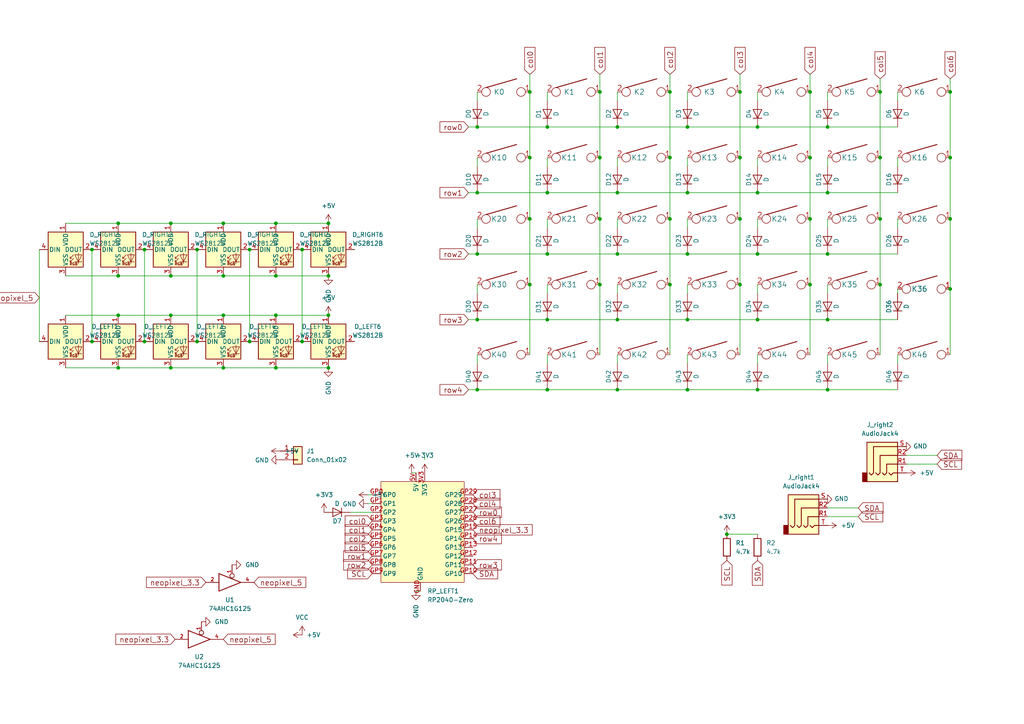
<source format=kicad_sch>
(kicad_sch (version 20211123) (generator eeschema)
  (paper "A4")
  (title_block (title "Redox wireless keyboard") (date "2018-05-05") (rev "1.0W") (comment 1 "designed by Mattia Dal Ben") (comment 2 "https://github.com/mattdibi/redox-keyboard"))
  (lib_symbols
    (symbol "74xGxx:74AHC1G125" (pin_names (offset 1.016))
      (property "Reference" "U" (at -2.54 3.81 0))
      (property "Value" "74AHC1G125" (at 0 -3.81 0))
      (symbol "74AHC1G125_1_1"
        (pin input inverted (at 0 5.08 270) (length 3.81) (name "~") (number "1"))
        (pin input line (at -7.62 0 0) (length 3.81) (name "~") (number "2"))
        (pin power_in line (at 1.27 -1.27 270) (length 0) hide (name "GND") (number "3"))
        (pin tri_state line (at 6.35 0 180) (length 3.81) (name "~") (number "4"))
        (pin power_in line (at 1.27 1.27 90) (length 0) hide (name "VCC") (number "5"))
      )
    )
    (symbol "Connector:AudioJack4"
      (property "Reference" "J" (at 0 8.89 0))
      (property "Value" "AudioJack4" (at 0 6.35 0))
      (symbol "AudioJack4_1_1"
        (pin passive line (at 5.08 -2.54 180) (length 2.54) (name "~") (number "R1"))
        (pin passive line (at 5.08 0 180) (length 2.54) (name "~") (number "R2"))
        (pin passive line (at 5.08 2.54 180) (length 2.54) (name "~") (number "S"))
        (pin passive line (at 5.08 -5.08 180) (length 2.54) (name "~") (number "T"))
      )
    )
    (symbol "Connector_Generic:Conn_01x02" (pin_names (offset 1.016) hide)
      (property "Reference" "J" (at 0 2.54 0))
      (property "Value" "Conn_01x02" (at 0 -5.08 0))
      (symbol "Conn_01x02_1_1"
        (pin passive line (at -5.08 0 0) (length 3.81) (name "Pin_1") (number "1"))
        (pin passive line (at -5.08 -2.54 0) (length 3.81) (name "Pin_2") (number "2"))
      )
    )
    (symbol "Device:R" (pin_numbers hide) (pin_names (offset 0))
      (property "Reference" "R" (at 2.032 0 90))
      (property "Value" "R" (at 0 0 90))
      (symbol "R_1_1"
        (pin passive line (at 0 3.81 270) (length 1.27) (name "~") (number "1"))
        (pin passive line (at 0 -3.81 90) (length 1.27) (name "~") (number "2"))
      )
    )
    (symbol "LED:WS2812B" (pin_names (offset 0.254))
      (property "Reference" "D" (at 5.08 5.715 0))
      (property "Value" "WS2812B" (at 1.27 -5.715 0))
      (symbol "WS2812B_0_0"
        (text "RGB" (at 2.286 -4.191 0) (effects (font (size 0.762 0.762))))
      )
      (symbol "WS2812B_1_1"
        (pin power_in line (at 0 7.62 270) (length 2.54) (name "VDD") (number "1"))
        (pin output line (at 7.62 0 180) (length 2.54) (name "DOUT") (number "2"))
        (pin power_in line (at 0 -7.62 90) (length 2.54) (name "VSS") (number "3"))
        (pin input line (at -7.62 0 0) (length 2.54) (name "DIN") (number "4"))
      )
    )
    (symbol "power:+3.3V" (power) (pin_names (offset 0))
      (property "Value" "+3.3V" (at 0 3.556 0))
      (symbol "+3.3V_1_1"
        (pin power_in line (at 0 0 90) (length 0) hide (name "+3V3") (number "1"))
      )
    )
    (symbol "power:+5V" (power) (pin_names (offset 0))
      (property "Value" "+5V" (at 0 3.556 0))
      (symbol "+5V_1_1"
        (pin power_in line (at 0 0 90) (length 0) hide (name "+5V") (number "1"))
      )
    )
    (symbol "power:GND" (power) (pin_names (offset 0))
      (property "Value" "GND" (at 0 -3.81 0))
      (symbol "GND_1_1"
        (pin power_in line (at 0 0 270) (length 0) hide (name "GND") (number "1"))
      )
    )
    (symbol "power:VCC" (power) (pin_names (offset 0))
      (property "Value" "VCC" (at 0 3.81 0))
      (symbol "VCC_1_1"
        (pin power_in line (at 0 0 90) (length 0) hide (name "VCC") (number "1"))
      )
    )
    (symbol "redox_rev2_recovery-rescue:D-redox_rev1-rescue-redox_rev1-rescue" (pin_numbers hide) (pin_names (offset 1.016) hide)
      (property "Reference" "D" (at 0 2.54 0))
      (property "Value" "D-redox_rev1-rescue-redox_rev1-rescue" (at 0 -2.54 0))
      (symbol "D-redox_rev1-rescue-redox_rev1-rescue_1_1"
        (pin passive line (at -3.81 0 0) (length 2.54) (name "K") (number "1"))
        (pin passive line (at 3.81 0 180) (length 2.54) (name "A") (number "2"))
      )
    )
    (symbol "redox_rev2_recovery-rescue:KEYSW-redox_rev1-rescue-redox_rev1-rescue" (pin_names (offset 1.016))
      (property "Reference" "K?" (at -1.27 0 0))
      (symbol "KEYSW-redox_rev1-rescue-redox_rev1-rescue_1_1"
        (pin passive line (at 7.62 0 180) (length 1.27) (name "~") (number "1"))
        (pin passive line (at -7.62 0 0) (length 1.27) (name "~") (number "2"))
      )
    )
    (symbol "rp2040_zero:RP2040-Zero"
      (property "Reference" "RZ" (at 0 0 0))
      (property "Value" "RP2040-Zero" (at 0 -2.54 0))
      (symbol "RP2040-Zero_1_1"
        (pin power_in line (at 1.27 16.51 270) (length 2.54) (name "3V3") (number "3V3"))
        (pin power_in line (at -1.27 16.51 270) (length 2.54) (name "5V") (number "5V"))
        (pin power_in line (at 0 -17.78 90) (length 2.54) (name "GND") (number "GND"))
        (pin bidirectional line (at -13.97 10.16 0) (length 2.54) (name "GP0") (number "GP0"))
        (pin bidirectional line (at -13.97 7.62 0) (length 2.54) (name "GP1") (number "GP1"))
        (pin bidirectional line (at 15.24 -12.7 180) (length 2.54) (name "GP10") (number "GP10"))
        (pin bidirectional line (at 15.24 -10.16 180) (length 2.54) (name "GP11") (number "GP11"))
        (pin bidirectional line (at 15.24 -7.62 180) (length 2.54) (name "GP12") (number "GP12"))
        (pin bidirectional line (at 15.24 -5.08 180) (length 2.54) (name "GP13") (number "GP13"))
        (pin bidirectional line (at 15.24 -2.54 180) (length 2.54) (name "GP14") (number "GP14"))
        (pin bidirectional line (at 15.24 0 180) (length 2.54) (name "GP15") (number "GP15"))
        (pin bidirectional line (at -13.97 5.08 0) (length 2.54) (name "GP2") (number "GP2"))
        (pin bidirectional line (at 15.24 2.54 180) (length 2.54) (name "GP26") (number "GP26"))
        (pin bidirectional line (at 15.24 5.08 180) (length 2.54) (name "GP27") (number "GP27"))
        (pin bidirectional line (at 15.24 7.62 180) (length 2.54) (name "GP28") (number "GP28"))
        (pin bidirectional line (at 15.24 10.16 180) (length 2.54) (name "GP29") (number "GP29"))
        (pin bidirectional line (at -13.97 2.54 0) (length 2.54) (name "GP3") (number "GP3"))
        (pin bidirectional line (at -13.97 0 0) (length 2.54) (name "GP4") (number "GP4"))
        (pin bidirectional line (at -13.97 -2.54 0) (length 2.54) (name "GP5") (number "GP5"))
        (pin bidirectional line (at -13.97 -5.08 0) (length 2.54) (name "GP6") (number "GP6"))
        (pin bidirectional line (at -13.97 -7.62 0) (length 2.54) (name "GP7") (number "GP7"))
        (pin bidirectional line (at -13.97 -10.16 0) (length 2.54) (name "GP8") (number "GP8"))
        (pin bidirectional line (at -13.97 -12.7 0) (length 2.54) (name "GP9") (number "GP9"))
      )
    )
  )
  (junction (at 255.27 26.67))
  (junction (at 219.71 55.88))
  (junction (at 275.59 63.5))
  (junction (at 41.91 99.06))
  (junction (at 214.63 45.72))
  (junction (at 255.27 63.5))
  (junction (at 234.95 63.5))
  (junction (at 153.67 45.72))
  (junction (at 95.25 106.68))
  (junction (at 173.99 82.55))
  (junction (at 234.95 26.67))
  (junction (at 41.91 72.39))
  (junction (at 179.07 55.88))
  (junction (at 234.95 45.72))
  (junction (at 173.99 63.5))
  (junction (at 64.77 64.77))
  (junction (at 138.43 36.83))
  (junction (at 275.59 45.72))
  (junction (at 199.39 55.88))
  (junction (at 138.43 92.71))
  (junction (at 173.99 26.67))
  (junction (at 64.77 80.01))
  (junction (at 158.75 113.03))
  (junction (at 26.67 99.06))
  (junction (at 49.53 64.77))
  (junction (at 49.53 80.01))
  (junction (at 275.59 26.67))
  (junction (at 34.29 80.01))
  (junction (at 153.67 26.67))
  (junction (at 199.39 92.71))
  (junction (at 158.75 92.71))
  (junction (at 219.71 92.71))
  (junction (at 72.39 72.39))
  (junction (at 153.67 63.5))
  (junction (at 34.29 91.44))
  (junction (at 210.82 154.94))
  (junction (at 26.67 72.39))
  (junction (at 275.59 83.82))
  (junction (at 240.03 113.03))
  (junction (at 80.01 64.77))
  (junction (at 199.39 113.03))
  (junction (at 194.31 82.55))
  (junction (at 158.75 36.83))
  (junction (at 194.31 26.67))
  (junction (at 80.01 106.68))
  (junction (at 240.03 36.83))
  (junction (at 194.31 63.5))
  (junction (at 57.15 99.06))
  (junction (at 72.39 99.06))
  (junction (at 49.53 106.68))
  (junction (at 138.43 73.66))
  (junction (at 199.39 73.66))
  (junction (at 179.07 113.03))
  (junction (at 95.25 91.44))
  (junction (at 34.29 106.68))
  (junction (at 95.25 80.01))
  (junction (at 214.63 82.55))
  (junction (at 153.67 82.55))
  (junction (at 219.71 73.66))
  (junction (at 173.99 45.72))
  (junction (at 194.31 45.72))
  (junction (at 95.25 64.77))
  (junction (at 219.71 113.03))
  (junction (at 34.29 64.77))
  (junction (at 240.03 55.88))
  (junction (at 234.95 82.55))
  (junction (at 255.27 82.55))
  (junction (at 138.43 113.03))
  (junction (at 240.03 73.66))
  (junction (at 179.07 92.71))
  (junction (at 199.39 36.83))
  (junction (at 240.03 92.71))
  (junction (at 64.77 106.68))
  (junction (at 158.75 55.88))
  (junction (at 219.71 36.83))
  (junction (at 158.75 73.66))
  (junction (at 87.63 72.39))
  (junction (at 80.01 80.01))
  (junction (at 179.07 36.83))
  (junction (at 49.53 91.44))
  (junction (at 80.01 91.44))
  (junction (at 179.07 73.66))
  (junction (at 87.63 99.06))
  (junction (at 138.43 55.88))
  (junction (at 64.77 91.44))
  (junction (at 214.63 26.67))
  (junction (at 214.63 63.5))
  (junction (at 57.15 72.39))
  (junction (at 255.27 45.72))
  (wire (pts (xy 262.89 132.08) (xy 271.78 132.08)))
  (wire (pts (xy 49.53 106.68) (xy 64.77 106.68)))
  (wire (pts (xy 135.89 113.03) (xy 138.43 113.03)))
  (wire (pts (xy 57.15 72.39) (xy 57.15 99.06)))
  (wire (pts (xy 19.05 106.68) (xy 34.29 106.68)))
  (wire (pts (xy 158.75 45.72) (xy 158.75 48.26)))
  (wire (pts (xy 199.39 63.5) (xy 199.39 66.04)))
  (wire (pts (xy 107.95 148.59) (xy 101.6 148.59)))
  (wire (pts (xy 260.35 63.5) (xy 260.35 66.04)))
  (wire (pts (xy 210.82 154.94) (xy 219.71 154.94)))
  (wire (pts (xy 199.39 26.67) (xy 199.39 29.21)))
  (wire (pts (xy 262.89 134.62) (xy 271.78 134.62)))
  (wire (pts (xy 87.63 72.39) (xy 87.63 99.06)))
  (wire (pts (xy 214.63 63.5) (xy 214.63 82.55)))
  (wire (pts (xy 64.77 91.44) (xy 80.01 91.44)))
  (wire (pts (xy 19.05 64.77) (xy 34.29 64.77)))
  (wire (pts (xy 138.43 63.5) (xy 138.43 66.04)))
  (wire (pts (xy 158.75 63.5) (xy 158.75 66.04)))
  (wire (pts (xy 240.03 55.88) (xy 260.35 55.88)))
  (wire (pts (xy 260.35 45.72) (xy 260.35 48.26)))
  (wire (pts (xy 34.29 64.77) (xy 49.53 64.77)))
  (wire (pts (xy 219.71 92.71) (xy 240.03 92.71)))
  (wire (pts (xy 64.77 80.01) (xy 80.01 80.01)))
  (wire (pts (xy 26.67 72.39) (xy 26.67 99.06)))
  (wire (pts (xy 240.03 73.66) (xy 260.35 73.66)))
  (wire (pts (xy 49.53 91.44) (xy 64.77 91.44)))
  (wire (pts (xy 121.92 171.45) (xy 120.65 171.45)))
  (wire (pts (xy 138.43 45.72) (xy 138.43 48.26)))
  (wire (pts (xy 41.91 72.39) (xy 41.91 99.06)))
  (wire (pts (xy 240.03 63.5) (xy 240.03 66.04)))
  (wire (pts (xy 260.35 26.67) (xy 260.35 29.21)))
  (wire (pts (xy 158.75 102.87) (xy 158.75 105.41)))
  (wire (pts (xy 234.95 63.5) (xy 234.95 82.55)))
  (wire (pts (xy 255.27 26.67) (xy 255.27 45.72)))
  (wire (pts (xy 219.71 63.5) (xy 219.71 66.04)))
  (wire (pts (xy 158.75 113.03) (xy 179.07 113.03)))
  (wire (pts (xy 179.07 92.71) (xy 199.39 92.71)))
  (wire (pts (xy 275.59 22.86) (xy 275.59 26.67)))
  (wire (pts (xy 34.29 91.44) (xy 49.53 91.44)))
  (wire (pts (xy 240.03 113.03) (xy 260.35 113.03)))
  (wire (pts (xy 123.19 133.35) (xy 123.19 132.08)))
  (wire (pts (xy 72.39 72.39) (xy 72.39 99.06)))
  (wire (pts (xy 153.67 26.67) (xy 153.67 45.72)))
  (wire (pts (xy 194.31 21.59) (xy 194.31 26.67)))
  (wire (pts (xy 49.53 64.77) (xy 64.77 64.77)))
  (wire (pts (xy 255.27 22.86) (xy 255.27 26.67)))
  (wire (pts (xy 194.31 45.72) (xy 194.31 63.5)))
  (wire (pts (xy 199.39 92.71) (xy 219.71 92.71)))
  (wire (pts (xy 179.07 63.5) (xy 179.07 66.04)))
  (wire (pts (xy 275.59 63.5) (xy 275.59 83.82)))
  (wire (pts (xy 135.89 73.66) (xy 138.43 73.66)))
  (wire (pts (xy 179.07 36.83) (xy 199.39 36.83)))
  (wire (pts (xy 80.01 91.44) (xy 95.25 91.44)))
  (wire (pts (xy 138.43 102.87) (xy 138.43 105.41)))
  (wire (pts (xy 80.01 64.77) (xy 95.25 64.77)))
  (wire (pts (xy 275.59 45.72) (xy 275.59 63.5)))
  (wire (pts (xy 240.03 45.72) (xy 240.03 48.26)))
  (wire (pts (xy 262.89 129.54) (xy 261.62 129.54)))
  (wire (pts (xy 260.35 102.87) (xy 260.35 105.41)))
  (wire (pts (xy 219.71 73.66) (xy 240.03 73.66)))
  (wire (pts (xy 179.07 45.72) (xy 179.07 48.26)))
  (wire (pts (xy 153.67 21.59) (xy 153.67 26.67)))
  (wire (pts (xy 234.95 26.67) (xy 234.95 45.72)))
  (wire (pts (xy 158.75 92.71) (xy 179.07 92.71)))
  (wire (pts (xy 173.99 82.55) (xy 173.99 102.87)))
  (wire (pts (xy 120.65 137.16) (xy 119.38 137.16)))
  (wire (pts (xy 240.03 149.86) (xy 248.92 149.86)))
  (wire (pts (xy 179.07 113.03) (xy 199.39 113.03)))
  (wire (pts (xy 153.67 82.55) (xy 153.67 102.87)))
  (wire (pts (xy 275.59 83.82) (xy 275.59 102.87)))
  (wire (pts (xy 107.95 143.51) (xy 106.68 143.51)))
  (wire (pts (xy 158.75 26.67) (xy 158.75 29.21)))
  (wire (pts (xy 158.75 55.88) (xy 179.07 55.88)))
  (wire (pts (xy 199.39 113.03) (xy 219.71 113.03)))
  (wire (pts (xy 64.77 106.68) (xy 80.01 106.68)))
  (wire (pts (xy 173.99 26.67) (xy 173.99 45.72)))
  (wire (pts (xy 240.03 82.55) (xy 240.03 85.09)))
  (wire (pts (xy 199.39 73.66) (xy 219.71 73.66)))
  (wire (pts (xy 80.01 106.68) (xy 95.25 106.68)))
  (wire (pts (xy 214.63 21.59) (xy 214.63 26.67)))
  (wire (pts (xy 219.71 82.55) (xy 219.71 85.09)))
  (wire (pts (xy 214.63 26.67) (xy 214.63 45.72)))
  (wire (pts (xy 219.71 113.03) (xy 240.03 113.03)))
  (wire (pts (xy 158.75 82.55) (xy 158.75 85.09)))
  (wire (pts (xy 138.43 92.71) (xy 158.75 92.71)))
  (wire (pts (xy 158.75 36.83) (xy 179.07 36.83)))
  (wire (pts (xy 138.43 73.66) (xy 158.75 73.66)))
  (wire (pts (xy 153.67 63.5) (xy 153.67 82.55)))
  (wire (pts (xy 199.39 82.55) (xy 199.39 85.09)))
  (wire (pts (xy 138.43 36.83) (xy 158.75 36.83)))
  (wire (pts (xy 179.07 55.88) (xy 199.39 55.88)))
  (wire (pts (xy 219.71 45.72) (xy 219.71 48.26)))
  (wire (pts (xy 19.05 91.44) (xy 34.29 91.44)))
  (wire (pts (xy 240.03 26.67) (xy 240.03 29.21)))
  (wire (pts (xy 19.05 80.01) (xy 34.29 80.01)))
  (wire (pts (xy 214.63 45.72) (xy 214.63 63.5)))
  (wire (pts (xy 234.95 45.72) (xy 234.95 63.5)))
  (wire (pts (xy 34.29 106.68) (xy 49.53 106.68)))
  (wire (pts (xy 158.75 73.66) (xy 179.07 73.66)))
  (wire (pts (xy 153.67 45.72) (xy 153.67 63.5)))
  (wire (pts (xy 173.99 45.72) (xy 173.99 63.5)))
  (wire (pts (xy 194.31 26.67) (xy 194.31 45.72)))
  (wire (pts (xy 179.07 73.66) (xy 199.39 73.66)))
  (wire (pts (xy 138.43 113.03) (xy 158.75 113.03)))
  (wire (pts (xy 219.71 55.88) (xy 240.03 55.88)))
  (wire (pts (xy 135.89 36.83) (xy 138.43 36.83)))
  (wire (pts (xy 80.01 80.01) (xy 95.25 80.01)))
  (wire (pts (xy 260.35 83.82) (xy 260.35 85.09)))
  (wire (pts (xy 234.95 21.59) (xy 234.95 26.67)))
  (wire (pts (xy 11.43 72.39) (xy 11.43 99.06)))
  (wire (pts (xy 234.95 82.55) (xy 234.95 102.87)))
  (wire (pts (xy 135.89 55.88) (xy 138.43 55.88)))
  (wire (pts (xy 240.03 36.83) (xy 260.35 36.83)))
  (wire (pts (xy 138.43 55.88) (xy 158.75 55.88)))
  (wire (pts (xy 255.27 63.5) (xy 255.27 82.55)))
  (wire (pts (xy 194.31 82.55) (xy 194.31 102.87)))
  (wire (pts (xy 173.99 21.59) (xy 173.99 26.67)))
  (wire (pts (xy 135.89 92.71) (xy 138.43 92.71)))
  (wire (pts (xy 64.77 64.77) (xy 80.01 64.77)))
  (wire (pts (xy 214.63 82.55) (xy 214.63 102.87)))
  (wire (pts (xy 138.43 82.55) (xy 138.43 85.09)))
  (wire (pts (xy 199.39 45.72) (xy 199.39 48.26)))
  (wire (pts (xy 240.03 102.87) (xy 240.03 105.41)))
  (wire (pts (xy 240.03 144.78) (xy 238.76 144.78)))
  (wire (pts (xy 173.99 63.5) (xy 173.99 82.55)))
  (wire (pts (xy 179.07 82.55) (xy 179.07 85.09)))
  (wire (pts (xy 240.03 92.71) (xy 260.35 92.71)))
  (wire (pts (xy 107.95 146.05) (xy 106.68 146.05)))
  (wire (pts (xy 219.71 26.67) (xy 219.71 29.21)))
  (wire (pts (xy 199.39 36.83) (xy 219.71 36.83)))
  (wire (pts (xy 194.31 63.5) (xy 194.31 82.55)))
  (wire (pts (xy 275.59 26.67) (xy 275.59 45.72)))
  (wire (pts (xy 179.07 102.87) (xy 179.07 105.41)))
  (wire (pts (xy 240.03 147.32) (xy 248.92 147.32)))
  (wire (pts (xy 255.27 82.55) (xy 255.27 102.87)))
  (wire (pts (xy 34.29 80.01) (xy 49.53 80.01)))
  (wire (pts (xy 255.27 45.72) (xy 255.27 63.5)))
  (wire (pts (xy 219.71 102.87) (xy 219.71 105.41)))
  (wire (pts (xy 138.43 26.67) (xy 138.43 29.21)))
  (wire (pts (xy 49.53 80.01) (xy 64.77 80.01)))
  (wire (pts (xy 179.07 26.67) (xy 179.07 29.21)))
  (wire (pts (xy 219.71 36.83) (xy 240.03 36.83)))
  (wire (pts (xy 199.39 55.88) (xy 219.71 55.88)))
  (wire (pts (xy 199.39 102.87) (xy 199.39 105.41)))
  (global_label "col1" (shape input) (at 173.99 21.59 90) (effects (font (size 1.524 1.524))) (property "Intersheet References" "${INTERSHEET_REFS}" (effects hide)))
  (global_label "SDA" (shape input) (at 219.71 162.56 270) (effects (font (size 1.524 1.524))) (property "Intersheet References" "${INTERSHEET_REFS}" (effects hide)))
  (global_label "col5" (shape input) (at 255.27 22.86 90) (effects (font (size 1.524 1.524))) (property "Intersheet References" "${INTERSHEET_REFS}" (effects hide)))
  (global_label "neopixel_3.3" (shape input) (at 50.8 185.42 180) (effects (font (size 1.524 1.524))) (property "Intersheet References" "${INTERSHEET_REFS}" (effects hide)))
  (global_label "col4" (shape input) (at 137.16 146.05 0) (effects (font (size 1.524 1.524))) (property "Intersheet References" "${INTERSHEET_REFS}" (effects hide)))
  (global_label "col1" (shape input) (at 107.95 153.67 180) (effects (font (size 1.524 1.524))) (property "Intersheet References" "${INTERSHEET_REFS}" (effects hide)))
  (global_label "row0" (shape input) (at 135.89 36.83 180) (effects (font (size 1.524 1.524))) (property "Intersheet References" "${INTERSHEET_REFS}" (effects hide)))
  (global_label "SCL" (shape input) (at 248.92 149.86 0) (effects (font (size 1.524 1.524))) (property "Intersheet References" "${INTERSHEET_REFS}" (effects hide)))
  (global_label "row4" (shape input) (at 137.16 156.21 0) (effects (font (size 1.524 1.524))) (property "Intersheet References" "${INTERSHEET_REFS}" (effects hide)))
  (global_label "SDA" (shape input) (at 271.78 132.08 0) (effects (font (size 1.524 1.524))) (property "Intersheet References" "${INTERSHEET_REFS}" (effects hide)))
  (global_label "col0" (shape input) (at 107.95 151.13 180) (effects (font (size 1.524 1.524))) (property "Intersheet References" "${INTERSHEET_REFS}" (effects hide)))
  (global_label "neopixel_5" (shape input) (at 73.66 168.91 0) (effects (font (size 1.524 1.524))) (property "Intersheet References" "${INTERSHEET_REFS}" (effects hide)))
  (global_label "row3" (shape input) (at 137.16 163.83 0) (effects (font (size 1.524 1.524))) (property "Intersheet References" "${INTERSHEET_REFS}" (effects hide)))
  (global_label "neopixel_3.3" (shape input) (at 59.69 168.91 180) (effects (font (size 1.524 1.524))) (property "Intersheet References" "${INTERSHEET_REFS}" (effects hide)))
  (global_label "col0" (shape input) (at 153.67 21.59 90) (effects (font (size 1.524 1.524))) (property "Intersheet References" "${INTERSHEET_REFS}" (effects hide)))
  (global_label "SDA" (shape input) (at 248.92 147.32 0) (effects (font (size 1.524 1.524))) (property "Intersheet References" "${INTERSHEET_REFS}" (effects hide)))
  (global_label "row0" (shape input) (at 137.16 148.59 0) (effects (font (size 1.524 1.524))) (property "Intersheet References" "${INTERSHEET_REFS}" (effects hide)))
  (global_label "SDA" (shape input) (at 137.16 166.37 0) (effects (font (size 1.524 1.524))) (property "Intersheet References" "${INTERSHEET_REFS}" (effects hide)))
  (global_label "col6" (shape input) (at 275.59 22.86 90) (effects (font (size 1.524 1.524))) (property "Intersheet References" "${INTERSHEET_REFS}" (effects hide)))
  (global_label "row4" (shape input) (at 135.89 113.03 180) (effects (font (size 1.524 1.524))) (property "Intersheet References" "${INTERSHEET_REFS}" (effects hide)))
  (global_label "SCL" (shape input) (at 107.95 166.37 180) (effects (font (size 1.524 1.524))) (property "Intersheet References" "${INTERSHEET_REFS}" (effects hide)))
  (global_label "col2" (shape input) (at 194.31 21.59 90) (effects (font (size 1.524 1.524))) (property "Intersheet References" "${INTERSHEET_REFS}" (effects hide)))
  (global_label "col4" (shape input) (at 234.95 21.59 90) (effects (font (size 1.524 1.524))) (property "Intersheet References" "${INTERSHEET_REFS}" (effects hide)))
  (global_label "col5" (shape input) (at 107.95 158.75 180) (effects (font (size 1.524 1.524))) (property "Intersheet References" "${INTERSHEET_REFS}" (effects hide)))
  (global_label "col3" (shape input) (at 214.63 21.59 90) (effects (font (size 1.524 1.524))) (property "Intersheet References" "${INTERSHEET_REFS}" (effects hide)))
  (global_label "neopixel_5" (shape input) (at 64.77 185.42 0) (effects (font (size 1.524 1.524))) (property "Intersheet References" "${INTERSHEET_REFS}" (effects hide)))
  (global_label "col6" (shape input) (at 137.16 151.13 0) (effects (font (size 1.524 1.524))) (property "Intersheet References" "${INTERSHEET_REFS}" (effects hide)))
  (global_label "row2" (shape input) (at 107.95 163.83 180) (effects (font (size 1.524 1.524))) (property "Intersheet References" "${INTERSHEET_REFS}" (effects hide)))
  (global_label "neopixel_5" (shape input) (at 11.43 86.36 180) (effects (font (size 1.524 1.524))) (property "Intersheet References" "${INTERSHEET_REFS}" (effects hide)))
  (global_label "SCL" (shape input) (at 210.82 162.56 270) (effects (font (size 1.524 1.524))) (property "Intersheet References" "${INTERSHEET_REFS}" (effects hide)))
  (global_label "col3" (shape input) (at 137.16 143.51 0) (effects (font (size 1.524 1.524))) (property "Intersheet References" "${INTERSHEET_REFS}" (effects hide)))
  (global_label "neopixel_3.3" (shape input) (at 137.16 153.67 0) (effects (font (size 1.524 1.524))) (property "Intersheet References" "${INTERSHEET_REFS}" (effects hide)))
  (global_label "SCL" (shape input) (at 271.78 134.62 0) (effects (font (size 1.524 1.524))) (property "Intersheet References" "${INTERSHEET_REFS}" (effects hide)))
  (global_label "row1" (shape input) (at 107.95 161.29 180) (effects (font (size 1.524 1.524))) (property "Intersheet References" "${INTERSHEET_REFS}" (effects hide)))
  (global_label "row3" (shape input) (at 135.89 92.71 180) (effects (font (size 1.524 1.524))) (property "Intersheet References" "${INTERSHEET_REFS}" (effects hide)))
  (global_label "row1" (shape input) (at 135.89 55.88 180) (effects (font (size 1.524 1.524))) (property "Intersheet References" "${INTERSHEET_REFS}" (effects hide)))
  (global_label "col2" (shape input) (at 107.95 156.21 180) (effects (font (size 1.524 1.524))) (property "Intersheet References" "${INTERSHEET_REFS}" (effects hide)))
  (global_label "row2" (shape input) (at 135.89 73.66 180) (effects (font (size 1.524 1.524))) (property "Intersheet References" "${INTERSHEET_REFS}" (effects hide)))
  (symbol (lib_id "redox_rev2_recovery-rescue:KEYSW-redox_rev1-rescue-redox_rev1-rescue") (at 146.05 26.67 0) (unit 1)
    (property "Reference" "K0" (at 144.78 26.67 0) (effects (font (size 1.524 1.524))))
    (property "Value" "KEYSW" (effects hide))
    (property "Footprint" "redox_w_transmitters_v2:CPG151101S11_reversible" (effects hide))
  )
  (symbol (lib_id "redox_rev2_recovery-rescue:D-redox_rev1-rescue-redox_rev1-rescue") (at 138.43 33.02 90) (unit 1)
    (property "Reference" "D0" (at 135.89 33.02 0))
    (property "Value" "D" (at 140.97 33.02 0))
    (property "Footprint" "redox_w_transmitters_v2:Diode-dual" (effects hide))
  )
  (symbol (lib_id "redox_rev2_recovery-rescue:KEYSW-redox_rev1-rescue-redox_rev1-rescue") (at 166.37 26.67 0) (unit 1)
    (property "Reference" "K1" (at 165.1 26.67 0) (effects (font (size 1.524 1.524))))
    (property "Value" "KEYSW" (effects hide))
    (property "Footprint" "redox_w_transmitters_v2:CPG151101S11_reversible" (effects hide))
  )
  (symbol (lib_id "redox_rev2_recovery-rescue:D-redox_rev1-rescue-redox_rev1-rescue") (at 158.75 33.02 90) (unit 1)
    (property "Reference" "D1" (at 156.21 33.02 0))
    (property "Value" "D" (at 161.29 33.02 0))
    (property "Footprint" "redox_w_transmitters_v2:Diode-dual" (effects hide))
  )
  (symbol (lib_id "redox_rev2_recovery-rescue:KEYSW-redox_rev1-rescue-redox_rev1-rescue") (at 186.69 26.67 0) (unit 1)
    (property "Reference" "K2" (at 185.42 26.67 0) (effects (font (size 1.524 1.524))))
    (property "Value" "KEYSW" (effects hide))
    (property "Footprint" "redox_w_transmitters_v2:CPG151101S11_reversible" (effects hide))
  )
  (symbol (lib_id "redox_rev2_recovery-rescue:D-redox_rev1-rescue-redox_rev1-rescue") (at 179.07 33.02 90) (unit 1)
    (property "Reference" "D2" (at 176.53 33.02 0))
    (property "Value" "D" (at 181.61 33.02 0))
    (property "Footprint" "redox_w_transmitters_v2:Diode-dual" (effects hide))
  )
  (symbol (lib_id "redox_rev2_recovery-rescue:KEYSW-redox_rev1-rescue-redox_rev1-rescue") (at 207.01 26.67 0) (unit 1)
    (property "Reference" "K3" (at 205.74 26.67 0) (effects (font (size 1.524 1.524))))
    (property "Value" "KEYSW" (effects hide))
    (property "Footprint" "redox_w_transmitters_v2:CPG151101S11_reversible" (effects hide))
  )
  (symbol (lib_id "redox_rev2_recovery-rescue:D-redox_rev1-rescue-redox_rev1-rescue") (at 199.39 33.02 90) (unit 1)
    (property "Reference" "D3" (at 196.85 33.02 0))
    (property "Value" "D" (at 201.93 33.02 0))
    (property "Footprint" "redox_w_transmitters_v2:Diode-dual" (effects hide))
  )
  (symbol (lib_id "redox_rev2_recovery-rescue:KEYSW-redox_rev1-rescue-redox_rev1-rescue") (at 227.33 26.67 0) (unit 1)
    (property "Reference" "K4" (at 226.06 26.67 0) (effects (font (size 1.524 1.524))))
    (property "Value" "KEYSW" (effects hide))
    (property "Footprint" "redox_w_transmitters_v2:CPG151101S11_reversible" (effects hide))
  )
  (symbol (lib_id "redox_rev2_recovery-rescue:D-redox_rev1-rescue-redox_rev1-rescue") (at 219.71 33.02 90) (unit 1)
    (property "Reference" "D4" (at 217.17 33.02 0))
    (property "Value" "D" (at 222.25 33.02 0))
    (property "Footprint" "redox_w_transmitters_v2:Diode-dual" (effects hide))
  )
  (symbol (lib_id "redox_rev2_recovery-rescue:KEYSW-redox_rev1-rescue-redox_rev1-rescue") (at 247.65 26.67 0) (unit 1)
    (property "Reference" "K5" (at 246.38 26.67 0) (effects (font (size 1.524 1.524))))
    (property "Value" "KEYSW" (effects hide))
    (property "Footprint" "redox_w_transmitters_v2:CPG151101S11_reversible" (effects hide))
  )
  (symbol (lib_id "redox_rev2_recovery-rescue:D-redox_rev1-rescue-redox_rev1-rescue") (at 240.03 33.02 90) (unit 1)
    (property "Reference" "D5" (at 237.49 33.02 0))
    (property "Value" "D" (at 242.57 33.02 0))
    (property "Footprint" "redox_w_transmitters_v2:Diode-dual" (effects hide))
  )
  (symbol (lib_id "redox_rev2_recovery-rescue:KEYSW-redox_rev1-rescue-redox_rev1-rescue") (at 267.97 26.67 0) (unit 1)
    (property "Reference" "K6" (at 266.7 26.67 0) (effects (font (size 1.524 1.524))))
    (property "Value" "KEYSW" (effects hide))
    (property "Footprint" "redox_w_transmitters_v2:CPG151101S11_reversible" (effects hide))
  )
  (symbol (lib_id "redox_rev2_recovery-rescue:D-redox_rev1-rescue-redox_rev1-rescue") (at 260.35 33.02 90) (unit 1)
    (property "Reference" "D6" (at 257.81 33.02 0))
    (property "Value" "D" (at 262.89 33.02 0))
    (property "Footprint" "redox_w_transmitters_v2:Diode-dual" (effects hide))
  )
  (symbol (lib_id "redox_rev2_recovery-rescue:KEYSW-redox_rev1-rescue-redox_rev1-rescue") (at 146.05 45.72 0) (unit 1)
    (property "Reference" "K10" (at 144.78 45.72 0) (effects (font (size 1.524 1.524))))
    (property "Value" "KEYSW" (effects hide))
    (property "Footprint" "redox_w_transmitters_v2:CPG151101S11_reversible" (effects hide))
  )
  (symbol (lib_id "redox_rev2_recovery-rescue:D-redox_rev1-rescue-redox_rev1-rescue") (at 138.43 52.07 90) (unit 1)
    (property "Reference" "D10" (at 135.89 52.07 0))
    (property "Value" "D" (at 140.97 52.07 0))
    (property "Footprint" "redox_w_transmitters_v2:Diode-dual" (effects hide))
  )
  (symbol (lib_id "redox_rev2_recovery-rescue:KEYSW-redox_rev1-rescue-redox_rev1-rescue") (at 166.37 45.72 0) (unit 1)
    (property "Reference" "K11" (at 165.1 45.72 0) (effects (font (size 1.524 1.524))))
    (property "Value" "KEYSW" (effects hide))
    (property "Footprint" "redox_w_transmitters_v2:CPG151101S11_reversible" (effects hide))
  )
  (symbol (lib_id "redox_rev2_recovery-rescue:D-redox_rev1-rescue-redox_rev1-rescue") (at 158.75 52.07 90) (unit 1)
    (property "Reference" "D11" (at 156.21 52.07 0))
    (property "Value" "D" (at 161.29 52.07 0))
    (property "Footprint" "redox_w_transmitters_v2:Diode-dual" (effects hide))
  )
  (symbol (lib_id "redox_rev2_recovery-rescue:KEYSW-redox_rev1-rescue-redox_rev1-rescue") (at 186.69 45.72 0) (unit 1)
    (property "Reference" "K12" (at 185.42 45.72 0) (effects (font (size 1.524 1.524))))
    (property "Value" "KEYSW" (effects hide))
    (property "Footprint" "redox_w_transmitters_v2:CPG151101S11_reversible" (effects hide))
  )
  (symbol (lib_id "redox_rev2_recovery-rescue:D-redox_rev1-rescue-redox_rev1-rescue") (at 179.07 52.07 90) (unit 1)
    (property "Reference" "D12" (at 176.53 52.07 0))
    (property "Value" "D" (at 181.61 52.07 0))
    (property "Footprint" "redox_w_transmitters_v2:Diode-dual" (effects hide))
  )
  (symbol (lib_id "redox_rev2_recovery-rescue:KEYSW-redox_rev1-rescue-redox_rev1-rescue") (at 207.01 45.72 0) (unit 1)
    (property "Reference" "K13" (at 205.74 45.72 0) (effects (font (size 1.524 1.524))))
    (property "Value" "KEYSW" (effects hide))
    (property "Footprint" "redox_w_transmitters_v2:CPG151101S11_reversible" (effects hide))
  )
  (symbol (lib_id "redox_rev2_recovery-rescue:D-redox_rev1-rescue-redox_rev1-rescue") (at 199.39 52.07 90) (unit 1)
    (property "Reference" "D13" (at 196.85 52.07 0))
    (property "Value" "D" (at 201.93 52.07 0))
    (property "Footprint" "redox_w_transmitters_v2:Diode-dual" (effects hide))
  )
  (symbol (lib_id "redox_rev2_recovery-rescue:KEYSW-redox_rev1-rescue-redox_rev1-rescue") (at 227.33 45.72 0) (unit 1)
    (property "Reference" "K14" (at 226.06 45.72 0) (effects (font (size 1.524 1.524))))
    (property "Value" "KEYSW" (effects hide))
    (property "Footprint" "redox_w_transmitters_v2:CPG151101S11_reversible" (effects hide))
  )
  (symbol (lib_id "redox_rev2_recovery-rescue:D-redox_rev1-rescue-redox_rev1-rescue") (at 219.71 52.07 90) (unit 1)
    (property "Reference" "D14" (at 217.17 52.07 0))
    (property "Value" "D" (at 222.25 52.07 0))
    (property "Footprint" "redox_w_transmitters_v2:Diode-dual" (effects hide))
  )
  (symbol (lib_id "redox_rev2_recovery-rescue:KEYSW-redox_rev1-rescue-redox_rev1-rescue") (at 247.65 45.72 0) (unit 1)
    (property "Reference" "K15" (at 246.38 45.72 0) (effects (font (size 1.524 1.524))))
    (property "Value" "KEYSW" (effects hide))
    (property "Footprint" "redox_w_transmitters_v2:CPG151101S11_reversible" (effects hide))
  )
  (symbol (lib_id "redox_rev2_recovery-rescue:D-redox_rev1-rescue-redox_rev1-rescue") (at 240.03 52.07 90) (unit 1)
    (property "Reference" "D15" (at 237.49 52.07 0))
    (property "Value" "D" (at 242.57 52.07 0))
    (property "Footprint" "redox_w_transmitters_v2:Diode-dual" (effects hide))
  )
  (symbol (lib_id "redox_rev2_recovery-rescue:KEYSW-redox_rev1-rescue-redox_rev1-rescue") (at 267.97 45.72 0) (unit 1)
    (property "Reference" "K16" (at 266.7 45.72 0) (effects (font (size 1.524 1.524))))
    (property "Value" "KEYSW" (effects hide))
    (property "Footprint" "redox_w_transmitters_v2:CPG151101S11_reversible" (effects hide))
  )
  (symbol (lib_id "redox_rev2_recovery-rescue:D-redox_rev1-rescue-redox_rev1-rescue") (at 260.35 52.07 90) (unit 1)
    (property "Reference" "D16" (at 257.81 52.07 0))
    (property "Value" "D" (at 262.89 52.07 0))
    (property "Footprint" "redox_w_transmitters_v2:Diode-dual" (effects hide))
  )
  (symbol (lib_id "redox_rev2_recovery-rescue:KEYSW-redox_rev1-rescue-redox_rev1-rescue") (at 146.05 63.5 0) (unit 1)
    (property "Reference" "K20" (at 144.78 63.5 0) (effects (font (size 1.524 1.524))))
    (property "Value" "KEYSW" (effects hide))
    (property "Footprint" "redox_w_transmitters_v2:CPG151101S11_reversible" (effects hide))
  )
  (symbol (lib_id "redox_rev2_recovery-rescue:D-redox_rev1-rescue-redox_rev1-rescue") (at 138.43 69.85 90) (unit 1)
    (property "Reference" "D20" (at 135.89 69.85 0))
    (property "Value" "D" (at 140.97 69.85 0))
    (property "Footprint" "redox_w_transmitters_v2:Diode-dual" (effects hide))
  )
  (symbol (lib_id "redox_rev2_recovery-rescue:KEYSW-redox_rev1-rescue-redox_rev1-rescue") (at 166.37 63.5 0) (unit 1)
    (property "Reference" "K21" (at 165.1 63.5 0) (effects (font (size 1.524 1.524))))
    (property "Value" "KEYSW" (effects hide))
    (property "Footprint" "redox_w_transmitters_v2:CPG151101S11_reversible" (effects hide))
  )
  (symbol (lib_id "redox_rev2_recovery-rescue:D-redox_rev1-rescue-redox_rev1-rescue") (at 158.75 69.85 90) (unit 1)
    (property "Reference" "D21" (at 156.21 69.85 0))
    (property "Value" "D" (at 161.29 69.85 0))
    (property "Footprint" "redox_w_transmitters_v2:Diode-dual" (effects hide))
  )
  (symbol (lib_id "redox_rev2_recovery-rescue:KEYSW-redox_rev1-rescue-redox_rev1-rescue") (at 186.69 63.5 0) (unit 1)
    (property "Reference" "K22" (at 185.42 63.5 0) (effects (font (size 1.524 1.524))))
    (property "Value" "KEYSW" (effects hide))
    (property "Footprint" "redox_w_transmitters_v2:CPG151101S11_reversible" (effects hide))
  )
  (symbol (lib_id "redox_rev2_recovery-rescue:D-redox_rev1-rescue-redox_rev1-rescue") (at 179.07 69.85 90) (unit 1)
    (property "Reference" "D22" (at 176.53 69.85 0))
    (property "Value" "D" (at 181.61 69.85 0))
    (property "Footprint" "redox_w_transmitters_v2:Diode-dual" (effects hide))
  )
  (symbol (lib_id "redox_rev2_recovery-rescue:KEYSW-redox_rev1-rescue-redox_rev1-rescue") (at 207.01 63.5 0) (unit 1)
    (property "Reference" "K23" (at 205.74 63.5 0) (effects (font (size 1.524 1.524))))
    (property "Value" "KEYSW" (effects hide))
    (property "Footprint" "redox_w_transmitters_v2:CPG151101S11_reversible" (effects hide))
  )
  (symbol (lib_id "redox_rev2_recovery-rescue:D-redox_rev1-rescue-redox_rev1-rescue") (at 199.39 69.85 90) (unit 1)
    (property "Reference" "D23" (at 196.85 69.85 0))
    (property "Value" "D" (at 201.93 69.85 0))
    (property "Footprint" "redox_w_transmitters_v2:Diode-dual" (effects hide))
  )
  (symbol (lib_id "redox_rev2_recovery-rescue:KEYSW-redox_rev1-rescue-redox_rev1-rescue") (at 227.33 63.5 0) (unit 1)
    (property "Reference" "K24" (at 226.06 63.5 0) (effects (font (size 1.524 1.524))))
    (property "Value" "KEYSW" (effects hide))
    (property "Footprint" "redox_w_transmitters_v2:CPG151101S11_reversible" (effects hide))
  )
  (symbol (lib_id "redox_rev2_recovery-rescue:D-redox_rev1-rescue-redox_rev1-rescue") (at 219.71 69.85 90) (unit 1)
    (property "Reference" "D24" (at 217.17 69.85 0))
    (property "Value" "D" (at 222.25 69.85 0))
    (property "Footprint" "redox_w_transmitters_v2:Diode-dual" (effects hide))
  )
  (symbol (lib_id "redox_rev2_recovery-rescue:KEYSW-redox_rev1-rescue-redox_rev1-rescue") (at 247.65 63.5 0) (unit 1)
    (property "Reference" "K25" (at 246.38 63.5 0) (effects (font (size 1.524 1.524))))
    (property "Value" "KEYSW" (effects hide))
    (property "Footprint" "redox_w_transmitters_v2:CPG151101S11_reversible" (effects hide))
  )
  (symbol (lib_id "redox_rev2_recovery-rescue:D-redox_rev1-rescue-redox_rev1-rescue") (at 240.03 69.85 90) (unit 1)
    (property "Reference" "D25" (at 237.49 69.85 0))
    (property "Value" "D" (at 242.57 69.85 0))
    (property "Footprint" "redox_w_transmitters_v2:Diode-dual" (effects hide))
  )
  (symbol (lib_id "redox_rev2_recovery-rescue:KEYSW-redox_rev1-rescue-redox_rev1-rescue") (at 267.97 63.5 0) (unit 1)
    (property "Reference" "K26" (at 266.7 63.5 0) (effects (font (size 1.524 1.524))))
    (property "Value" "KEYSW" (effects hide))
    (property "Footprint" "redox_w_transmitters_v2:CPG151101S11_reversible" (effects hide))
  )
  (symbol (lib_id "redox_rev2_recovery-rescue:D-redox_rev1-rescue-redox_rev1-rescue") (at 260.35 69.85 90) (unit 1)
    (property "Reference" "D26" (at 257.81 69.85 0))
    (property "Value" "D" (at 262.89 69.85 0))
    (property "Footprint" "redox_w_transmitters_v2:Diode-dual" (effects hide))
  )
  (symbol (lib_id "redox_rev2_recovery-rescue:KEYSW-redox_rev1-rescue-redox_rev1-rescue") (at 146.05 82.55 0) (unit 1)
    (property "Reference" "K30" (at 144.78 82.55 0) (effects (font (size 1.524 1.524))))
    (property "Value" "KEYSW" (effects hide))
    (property "Footprint" "redox_w_transmitters_v2:CPG151101S11_reversible" (effects hide))
  )
  (symbol (lib_id "redox_rev2_recovery-rescue:D-redox_rev1-rescue-redox_rev1-rescue") (at 138.43 88.9 90) (unit 1)
    (property "Reference" "D30" (at 135.89 88.9 0))
    (property "Value" "D" (at 140.97 88.9 0))
    (property "Footprint" "redox_w_transmitters_v2:Diode-dual" (effects hide))
  )
  (symbol (lib_id "redox_rev2_recovery-rescue:KEYSW-redox_rev1-rescue-redox_rev1-rescue") (at 166.37 82.55 0) (unit 1)
    (property "Reference" "K31" (at 165.1 82.55 0) (effects (font (size 1.524 1.524))))
    (property "Value" "KEYSW" (effects hide))
    (property "Footprint" "redox_w_transmitters_v2:CPG151101S11_reversible" (effects hide))
  )
  (symbol (lib_id "redox_rev2_recovery-rescue:D-redox_rev1-rescue-redox_rev1-rescue") (at 158.75 88.9 90) (unit 1)
    (property "Reference" "D31" (at 156.21 88.9 0))
    (property "Value" "D" (at 161.29 88.9 0))
    (property "Footprint" "redox_w_transmitters_v2:Diode-dual" (effects hide))
  )
  (symbol (lib_id "redox_rev2_recovery-rescue:KEYSW-redox_rev1-rescue-redox_rev1-rescue") (at 186.69 82.55 0) (unit 1)
    (property "Reference" "K32" (at 185.42 82.55 0) (effects (font (size 1.524 1.524))))
    (property "Value" "KEYSW" (effects hide))
    (property "Footprint" "redox_w_transmitters_v2:CPG151101S11_reversible" (effects hide))
  )
  (symbol (lib_id "redox_rev2_recovery-rescue:D-redox_rev1-rescue-redox_rev1-rescue") (at 179.07 88.9 90) (unit 1)
    (property "Reference" "D32" (at 176.53 88.9 0))
    (property "Value" "D" (at 181.61 88.9 0))
    (property "Footprint" "redox_w_transmitters_v2:Diode-dual" (effects hide))
  )
  (symbol (lib_id "redox_rev2_recovery-rescue:KEYSW-redox_rev1-rescue-redox_rev1-rescue") (at 207.01 82.55 0) (unit 1)
    (property "Reference" "K33" (at 205.74 82.55 0) (effects (font (size 1.524 1.524))))
    (property "Value" "KEYSW" (effects hide))
    (property "Footprint" "redox_w_transmitters_v2:CPG151101S11_reversible" (effects hide))
  )
  (symbol (lib_id "redox_rev2_recovery-rescue:D-redox_rev1-rescue-redox_rev1-rescue") (at 199.39 88.9 90) (unit 1)
    (property "Reference" "D33" (at 196.85 88.9 0))
    (property "Value" "D" (at 201.93 88.9 0))
    (property "Footprint" "redox_w_transmitters_v2:Diode-dual" (effects hide))
  )
  (symbol (lib_id "redox_rev2_recovery-rescue:KEYSW-redox_rev1-rescue-redox_rev1-rescue") (at 227.33 82.55 0) (unit 1)
    (property "Reference" "K34" (at 226.06 82.55 0) (effects (font (size 1.524 1.524))))
    (property "Value" "KEYSW" (effects hide))
    (property "Footprint" "redox_w_transmitters_v2:CPG151101S11_reversible" (effects hide))
  )
  (symbol (lib_id "redox_rev2_recovery-rescue:D-redox_rev1-rescue-redox_rev1-rescue") (at 219.71 88.9 90) (unit 1)
    (property "Reference" "D34" (at 217.17 88.9 0))
    (property "Value" "D" (at 222.25 88.9 0))
    (property "Footprint" "redox_w_transmitters_v2:Diode-dual" (effects hide))
  )
  (symbol (lib_id "redox_rev2_recovery-rescue:KEYSW-redox_rev1-rescue-redox_rev1-rescue") (at 247.65 82.55 0) (unit 1)
    (property "Reference" "K35" (at 246.38 82.55 0) (effects (font (size 1.524 1.524))))
    (property "Value" "KEYSW" (effects hide))
    (property "Footprint" "redox_w_transmitters_v2:CPG151101S11_reversible" (effects hide))
  )
  (symbol (lib_id "redox_rev2_recovery-rescue:D-redox_rev1-rescue-redox_rev1-rescue") (at 240.03 88.9 90) (unit 1)
    (property "Reference" "D35" (at 237.49 88.9 0))
    (property "Value" "D" (at 242.57 88.9 0))
    (property "Footprint" "redox_w_transmitters_v2:Diode-dual" (effects hide))
  )
  (symbol (lib_id "redox_rev2_recovery-rescue:KEYSW-redox_rev1-rescue-redox_rev1-rescue") (at 267.97 83.82 0) (unit 1)
    (property "Reference" "K36" (at 266.7 83.82 0) (effects (font (size 1.524 1.524))))
    (property "Value" "KEYSW" (effects hide))
    (property "Footprint" "redox_w_transmitters_v2:CPG151101S11_reversible" (effects hide))
  )
  (symbol (lib_id "redox_rev2_recovery-rescue:D-redox_rev1-rescue-redox_rev1-rescue") (at 260.35 88.9 90) (unit 1)
    (property "Reference" "D36" (at 257.81 88.9 0))
    (property "Value" "D" (at 262.89 88.9 0))
    (property "Footprint" "redox_w_transmitters_v2:Diode-dual" (effects hide))
  )
  (symbol (lib_id "redox_rev2_recovery-rescue:KEYSW-redox_rev1-rescue-redox_rev1-rescue") (at 146.05 102.87 0) (unit 1)
    (property "Reference" "K40" (at 144.78 102.87 0) (effects (font (size 1.524 1.524))))
    (property "Value" "KEYSW" (effects hide))
    (property "Footprint" "redox_w_transmitters_v2:CPG151101S11_reversible" (effects hide))
  )
  (symbol (lib_id "redox_rev2_recovery-rescue:D-redox_rev1-rescue-redox_rev1-rescue") (at 138.43 109.22 90) (unit 1)
    (property "Reference" "D40" (at 135.89 109.22 0))
    (property "Value" "D" (at 140.97 109.22 0))
    (property "Footprint" "redox_w_transmitters_v2:Diode-dual" (effects hide))
  )
  (symbol (lib_id "redox_rev2_recovery-rescue:KEYSW-redox_rev1-rescue-redox_rev1-rescue") (at 166.37 102.87 0) (unit 1)
    (property "Reference" "K41" (at 165.1 102.87 0) (effects (font (size 1.524 1.524))))
    (property "Value" "KEYSW" (effects hide))
    (property "Footprint" "redox_w_transmitters_v2:CPG151101S11_reversible" (effects hide))
  )
  (symbol (lib_id "redox_rev2_recovery-rescue:D-redox_rev1-rescue-redox_rev1-rescue") (at 158.75 109.22 90) (unit 1)
    (property "Reference" "D41" (at 156.21 109.22 0))
    (property "Value" "D" (at 161.29 109.22 0))
    (property "Footprint" "redox_w_transmitters_v2:Diode-dual" (effects hide))
  )
  (symbol (lib_id "redox_rev2_recovery-rescue:KEYSW-redox_rev1-rescue-redox_rev1-rescue") (at 186.69 102.87 0) (unit 1)
    (property "Reference" "K42" (at 185.42 102.87 0) (effects (font (size 1.524 1.524))))
    (property "Value" "KEYSW" (effects hide))
    (property "Footprint" "redox_w_transmitters_v2:CPG151101S11_reversible" (effects hide))
  )
  (symbol (lib_id "redox_rev2_recovery-rescue:D-redox_rev1-rescue-redox_rev1-rescue") (at 179.07 109.22 90) (unit 1)
    (property "Reference" "D42" (at 176.53 109.22 0))
    (property "Value" "D" (at 181.61 109.22 0))
    (property "Footprint" "redox_w_transmitters_v2:Diode-dual" (effects hide))
  )
  (symbol (lib_id "redox_rev2_recovery-rescue:KEYSW-redox_rev1-rescue-redox_rev1-rescue") (at 207.01 102.87 0) (unit 1)
    (property "Reference" "K43" (at 205.74 102.87 0) (effects (font (size 1.524 1.524))))
    (property "Value" "KEYSW" (effects hide))
    (property "Footprint" "redox_w_transmitters_v2:CPG151101S11_reversible" (effects hide))
  )
  (symbol (lib_id "redox_rev2_recovery-rescue:D-redox_rev1-rescue-redox_rev1-rescue") (at 199.39 109.22 90) (unit 1)
    (property "Reference" "D43" (at 196.85 109.22 0))
    (property "Value" "D" (at 201.93 109.22 0))
    (property "Footprint" "redox_w_transmitters_v2:Diode-dual" (effects hide))
  )
  (symbol (lib_id "redox_rev2_recovery-rescue:KEYSW-redox_rev1-rescue-redox_rev1-rescue") (at 227.33 102.87 0) (unit 1)
    (property "Reference" "K44" (at 226.06 102.87 0) (effects (font (size 1.524 1.524))))
    (property "Value" "KEYSW" (effects hide))
    (property "Footprint" "redox_w_transmitters_v2:CPG151101S11_reversible" (effects hide))
  )
  (symbol (lib_id "redox_rev2_recovery-rescue:D-redox_rev1-rescue-redox_rev1-rescue") (at 219.71 109.22 90) (unit 1)
    (property "Reference" "D44" (at 217.17 109.22 0))
    (property "Value" "D" (at 222.25 109.22 0))
    (property "Footprint" "redox_w_transmitters_v2:Diode-dual" (effects hide))
  )
  (symbol (lib_id "redox_rev2_recovery-rescue:KEYSW-redox_rev1-rescue-redox_rev1-rescue") (at 247.65 102.87 0) (unit 1)
    (property "Reference" "K45" (at 246.38 102.87 0) (effects (font (size 1.524 1.524))))
    (property "Value" "KEYSW" (effects hide))
    (property "Footprint" "redox_w_transmitters_v2:CPG151101S11_reversible" (effects hide))
  )
  (symbol (lib_id "redox_rev2_recovery-rescue:D-redox_rev1-rescue-redox_rev1-rescue") (at 240.03 109.22 90) (unit 1)
    (property "Reference" "D45" (at 237.49 109.22 0))
    (property "Value" "D" (at 242.57 109.22 0))
    (property "Footprint" "redox_w_transmitters_v2:Diode-dual" (effects hide))
  )
  (symbol (lib_id "redox_rev2_recovery-rescue:KEYSW-redox_rev1-rescue-redox_rev1-rescue") (at 267.97 102.87 0) (unit 1)
    (property "Reference" "K46" (at 266.7 102.87 0) (effects (font (size 1.524 1.524))))
    (property "Value" "KEYSW" (effects hide))
    (property "Footprint" "redox_w_transmitters_v2:CPG151101S11_reversible" (effects hide))
  )
  (symbol (lib_id "redox_rev2_recovery-rescue:D-redox_rev1-rescue-redox_rev1-rescue") (at 260.35 109.22 90) (unit 1)
    (property "Reference" "D46" (at 257.81 109.22 0))
    (property "Value" "D" (at 262.89 109.22 0))
    (property "Footprint" "redox_w_transmitters_v2:Diode-dual" (effects hide))
  )
  (symbol (lib_id "74xGxx:74AHC1G125") (at 67.31 168.91 0) (unit 1)
    (property "Reference" "U1" (at 66.675 173.99 0))
    (property "Value" "74AHC1G125" (at 66.675 176.53 0))
    (property "Footprint" "Package_TO_SOT_SMD:SOT-353_SC-70-5_Handsoldering" (effects hide))
    (property "Datasheet" "http://www.ti.com/lit/sg/scyt129e/scyt129e.pdf" (effects hide))
  )
  (symbol (lib_id "power:GND") (at 106.68 146.05 270) (unit 1)
    (property "Reference" "#PWR0107" (effects hide))
    (property "Value" "GND" (at 103.4288 146.177 90) (effects (justify right)))
  )
  (symbol (lib_id "LED:WS2812B") (at 49.53 99.06 0) (unit 1)
    (property "Reference" "D_LEFT3" (at 60.96 94.7293 0))
    (property "Value" "WS2812B" (at 60.96 97.2693 0))
    (property "Footprint" "LED_SMD:LED_WS2812B_PLCC4_5.0x5.0mm_P3.2mm" (effects hide))
    (property "Datasheet" "https://cdn-shop.adafruit.com/datasheets/WS2812B.pdf" (effects hide))
  )
  (symbol (lib_id "LED:WS2812B") (at 80.01 72.39 0) (unit 1)
    (property "Reference" "D_RIGHT5" (at 91.44 68.0593 0))
    (property "Value" "WS2812B" (at 91.44 70.5993 0))
    (property "Footprint" "LED_SMD:LED_WS2812B_PLCC4_5.0x5.0mm_P3.2mm" (effects hide))
    (property "Datasheet" "https://cdn-shop.adafruit.com/datasheets/WS2812B.pdf" (effects hide))
  )
  (symbol (lib_id "Device:R") (at 210.82 158.75 0) (unit 1)
    (property "Reference" "R1" (at 213.36 157.4799 0) (effects (justify left)))
    (property "Value" "4.7k" (at 213.36 160.0199 0) (effects (justify left)))
    (property "Footprint" "redox_w_transmitters_v2:Diode-dual" (effects hide))
  )
  (symbol (lib_id "LED:WS2812B") (at 95.25 72.39 0) (unit 1)
    (property "Reference" "D_RIGHT6" (at 106.68 68.0593 0))
    (property "Value" "WS2812B" (at 106.68 70.5993 0))
    (property "Footprint" "LED_SMD:LED_WS2812B_PLCC4_5.0x5.0mm_P3.2mm" (effects hide))
    (property "Datasheet" "https://cdn-shop.adafruit.com/datasheets/WS2812B.pdf" (effects hide))
  )
  (symbol (lib_id "power:VCC") (at 87.63 184.15 0) (unit 1)
    (property "Reference" "#PWR0116" (effects hide))
    (property "Value" "VCC" (at 87.63 179.07 0))
  )
  (symbol (lib_id "power:GND") (at 67.31 163.83 90) (unit 1)
    (property "Reference" "#PWR0106" (effects hide))
    (property "Value" "GND" (at 71.12 163.83 90) (effects (justify right)))
  )
  (symbol (lib_id "power:GND") (at 81.28 133.35 270) (unit 1)
    (property "Reference" "#PWR0111" (effects hide))
    (property "Value" "GND" (at 78.0288 133.477 90) (effects (justify right)))
  )
  (symbol (lib_id "power:GND") (at 95.25 80.01 0) (unit 1)
    (property "Reference" "#PWR0105" (effects hide))
    (property "Value" "GND" (at 95.25 83.82 90) (effects (justify right)))
  )
  (symbol (lib_id "power:+3.3V") (at 123.19 137.16 0) (unit 1)
    (property "Reference" "#PWR0121" (effects hide))
    (property "Value" "+3.3V" (at 123.19 132.08 0))
  )
  (symbol (lib_id "redox_rev2_recovery-rescue:D-redox_rev1-rescue-redox_rev1-rescue") (at 97.79 148.59 180) (unit 1)
    (property "Reference" "D7" (at 97.79 151.13 0))
    (property "Value" "D" (at 97.79 146.05 0))
    (property "Footprint" "redox_w_transmitters_v2:Diode-dual" (effects hide))
  )
  (symbol (lib_id "Connector:AudioJack4") (at 257.81 132.08 0) (unit 1)
    (property "Reference" "J_right2" (at 255.27 123.19 0))
    (property "Value" "AudioJack4" (at 255.27 125.73 0))
    (property "Footprint" "Connector_Audio:Jack_3.5mm_PJ320D_Horizontal" (effects hide))
  )
  (symbol (lib_id "LED:WS2812B") (at 19.05 99.06 0) (unit 1)
    (property "Reference" "D_LEFT1" (at 30.48 94.7293 0))
    (property "Value" "WS2812B" (at 30.48 97.2693 0))
    (property "Footprint" "LED_SMD:LED_WS2812B_PLCC4_5.0x5.0mm_P3.2mm" (effects hide))
    (property "Datasheet" "https://cdn-shop.adafruit.com/datasheets/WS2812B.pdf" (effects hide))
  )
  (symbol (lib_id "Connector_Generic:Conn_01x02") (at 86.36 130.81 0) (unit 1)
    (property "Reference" "J1" (at 88.9 130.8099 0) (effects (justify left)))
    (property "Value" "Conn_01x02" (at 88.9 133.3499 0) (effects (justify left)))
    (property "Footprint" "Connector_PinHeader_2.54mm:PinHeader_1x02_P2.54mm_Vertical" (effects hide))
  )
  (symbol (lib_id "power:GND") (at 58.42 180.34 90) (unit 1)
    (property "Reference" "#PWR0117" (effects hide))
    (property "Value" "GND" (at 62.23 180.34 90) (effects (justify right)))
  )
  (symbol (lib_id "Device:R") (at 219.71 158.75 0) (unit 1)
    (property "Reference" "R2" (at 222.25 157.4799 0) (effects (justify left)))
    (property "Value" "4.7k" (at 222.25 160.0199 0) (effects (justify left)))
    (property "Footprint" "redox_w_transmitters_v2:Diode-dual" (effects hide))
  )
  (symbol (lib_id "LED:WS2812B") (at 80.01 99.06 0) (unit 1)
    (property "Reference" "D_LEFT5" (at 91.44 94.7293 0))
    (property "Value" "WS2812B" (at 91.44 97.2693 0))
    (property "Footprint" "LED_SMD:LED_WS2812B_PLCC4_5.0x5.0mm_P3.2mm" (effects hide))
    (property "Datasheet" "https://cdn-shop.adafruit.com/datasheets/WS2812B.pdf" (effects hide))
  )
  (symbol (lib_id "power:+5V") (at 106.68 143.51 90) (unit 1)
    (property "Reference" "#PWR0108" (effects hide))
    (property "Value" "+5V" (at 107.95 143.5099 90) (effects (justify right)))
  )
  (symbol (lib_id "power:+5V") (at 240.03 152.4 270) (unit 1)
    (property "Reference" "#PWR0115" (effects hide))
    (property "Value" "+5V" (at 243.84 152.3999 90) (effects (justify left)))
  )
  (symbol (lib_id "power:+5V") (at 81.28 130.81 90) (unit 1)
    (property "Reference" "#PWR0120" (effects hide))
    (property "Value" "+5V" (at 82.55 130.8099 90) (effects (justify right)))
  )
  (symbol (lib_id "power:GND") (at 95.25 106.68 0) (unit 1)
    (property "Reference" "#PWR0101" (effects hide))
    (property "Value" "GND" (at 95.25 110.49 90) (effects (justify right)))
  )
  (symbol (lib_id "LED:WS2812B") (at 64.77 72.39 0) (unit 1)
    (property "Reference" "D_RIGHT4" (at 76.2 68.0593 0))
    (property "Value" "WS2812B" (at 76.2 70.5993 0))
    (property "Footprint" "LED_SMD:LED_WS2812B_PLCC4_5.0x5.0mm_P3.2mm" (effects hide))
    (property "Datasheet" "https://cdn-shop.adafruit.com/datasheets/WS2812B.pdf" (effects hide))
  )
  (symbol (lib_id "LED:WS2812B") (at 34.29 72.39 0) (unit 1)
    (property "Reference" "D_RIGHT2" (at 45.72 68.0593 0))
    (property "Value" "WS2812B" (at 45.72 70.5993 0))
    (property "Footprint" "LED_SMD:LED_WS2812B_PLCC4_5.0x5.0mm_P3.2mm" (effects hide))
    (property "Datasheet" "https://cdn-shop.adafruit.com/datasheets/WS2812B.pdf" (effects hide))
  )
  (symbol (lib_id "LED:WS2812B") (at 64.77 99.06 0) (unit 1)
    (property "Reference" "D_LEFT4" (at 76.2 94.7293 0))
    (property "Value" "WS2812B" (at 76.2 97.2693 0))
    (property "Footprint" "LED_SMD:LED_WS2812B_PLCC4_5.0x5.0mm_P3.2mm" (effects hide))
    (property "Datasheet" "https://cdn-shop.adafruit.com/datasheets/WS2812B.pdf" (effects hide))
  )
  (symbol (lib_id "power:+5V") (at 262.89 137.16 270) (unit 1)
    (property "Reference" "#PWR0112" (effects hide))
    (property "Value" "+5V" (at 266.7 137.1599 90) (effects (justify left)))
  )
  (symbol (lib_id "power:GND") (at 120.65 171.45 0) (unit 1)
    (property "Reference" "#PWR0103" (effects hide))
    (property "Value" "GND" (at 120.65 175.26 90) (effects (justify right)))
  )
  (symbol (lib_id "power:+5V") (at 95.25 64.77 0) (unit 1)
    (property "Reference" "#PWR0104" (effects hide))
    (property "Value" "+5V" (at 95.25 59.69 0))
  )
  (symbol (lib_id "LED:WS2812B") (at 34.29 99.06 0) (unit 1)
    (property "Reference" "D_LEFT2" (at 45.72 94.7293 0))
    (property "Value" "WS2812B" (at 45.72 97.2693 0))
    (property "Footprint" "LED_SMD:LED_WS2812B_PLCC4_5.0x5.0mm_P3.2mm" (effects hide))
    (property "Datasheet" "https://cdn-shop.adafruit.com/datasheets/WS2812B.pdf" (effects hide))
  )
  (symbol (lib_id "74xGxx:74AHC1G125") (at 58.42 185.42 0) (unit 1)
    (property "Reference" "U2" (at 57.785 190.5 0))
    (property "Value" "74AHC1G125" (at 57.785 193.04 0))
    (property "Footprint" "Package_TO_SOT_SMD:SOT-353_SC-70-5_Handsoldering" (effects hide))
    (property "Datasheet" "http://www.ti.com/lit/sg/scyt129e/scyt129e.pdf" (effects hide))
  )
  (symbol (lib_id "power:GND") (at 261.62 129.54 90) (unit 1)
    (property "Reference" "#PWR0113" (effects hide))
    (property "Value" "GND" (at 264.8712 129.413 90) (effects (justify right)))
  )
  (symbol (lib_id "LED:WS2812B") (at 19.05 72.39 0) (unit 1)
    (property "Reference" "D_RIGHT1" (at 30.48 68.0593 0))
    (property "Value" "WS2812B" (at 30.48 70.5993 0))
    (property "Footprint" "LED_SMD:LED_WS2812B_PLCC4_5.0x5.0mm_P3.2mm" (effects hide))
    (property "Datasheet" "https://cdn-shop.adafruit.com/datasheets/WS2812B.pdf" (effects hide))
  )
  (symbol (lib_id "LED:WS2812B") (at 95.25 99.06 0) (unit 1)
    (property "Reference" "D_LEFT6" (at 106.68 94.7293 0))
    (property "Value" "WS2812B" (at 106.68 97.2693 0))
    (property "Footprint" "LED_SMD:LED_WS2812B_PLCC4_5.0x5.0mm_P3.2mm" (effects hide))
    (property "Datasheet" "https://cdn-shop.adafruit.com/datasheets/WS2812B.pdf" (effects hide))
  )
  (symbol (lib_id "power:+5V") (at 95.25 91.44 0) (unit 1)
    (property "Reference" "#PWR0102" (effects hide))
    (property "Value" "+5V" (at 95.25 86.36 0))
  )
  (symbol (lib_id "LED:WS2812B") (at 49.53 72.39 0) (unit 1)
    (property "Reference" "D_RIGHT3" (at 60.96 68.0593 0))
    (property "Value" "WS2812B" (at 60.96 70.5993 0))
    (property "Footprint" "LED_SMD:LED_WS2812B_PLCC4_5.0x5.0mm_P3.2mm" (effects hide))
    (property "Datasheet" "https://cdn-shop.adafruit.com/datasheets/WS2812B.pdf" (effects hide))
  )
  (symbol (lib_id "rp2040_zero:RP2040-Zero") (at 121.92 153.67 0) (unit 1)
    (property "Reference" "RP_LEFT1" (at 123.9394 171.45 0) (effects (justify left)))
    (property "Value" "RP2040-Zero" (at 123.9394 173.99 0) (effects (justify left)))
    (property "Footprint" "pico:rp2040-zero" (effects hide))
  )
  (symbol (lib_id "Connector:AudioJack4") (at 234.95 147.32 0) (unit 1)
    (property "Reference" "J_right1" (at 232.41 138.43 0))
    (property "Value" "AudioJack4" (at 232.41 140.97 0))
    (property "Footprint" "Connector_Audio:Jack_3.5mm_PJ320D_Horizontal" (effects hide))
  )
  (symbol (lib_id "power:+3.3V") (at 210.82 154.94 0) (unit 1)
    (property "Reference" "#PWR?" (effects hide))
    (property "Value" "+3.3V" (at 210.82 149.86 0))
  )
  (symbol (lib_id "power:GND") (at 238.76 144.78 90) (unit 1)
    (property "Reference" "#PWR0114" (effects hide))
    (property "Value" "GND" (at 242.0112 144.653 90) (effects (justify right)))
  )
  (symbol (lib_id "power:+5V") (at 119.38 137.16 0) (unit 1)
    (property "Reference" "#PWR0110" (effects hide))
    (property "Value" "+5V" (at 119.38 132.08 0))
  )
  (symbol (lib_id "power:+3.3V") (at 93.98 148.59 0) (unit 1)
    (property "Reference" "#PWR0122" (effects hide))
    (property "Value" "+3.3V" (at 93.98 143.51 0))
  )
  (symbol (lib_id "power:+5V") (at 87.63 184.15 90) (unit 1)
    (property "Reference" "#PWR0109" (effects hide))
    (property "Value" "+5V" (at 88.9 184.1499 90) (effects (justify right)))
  )
)
</source>
